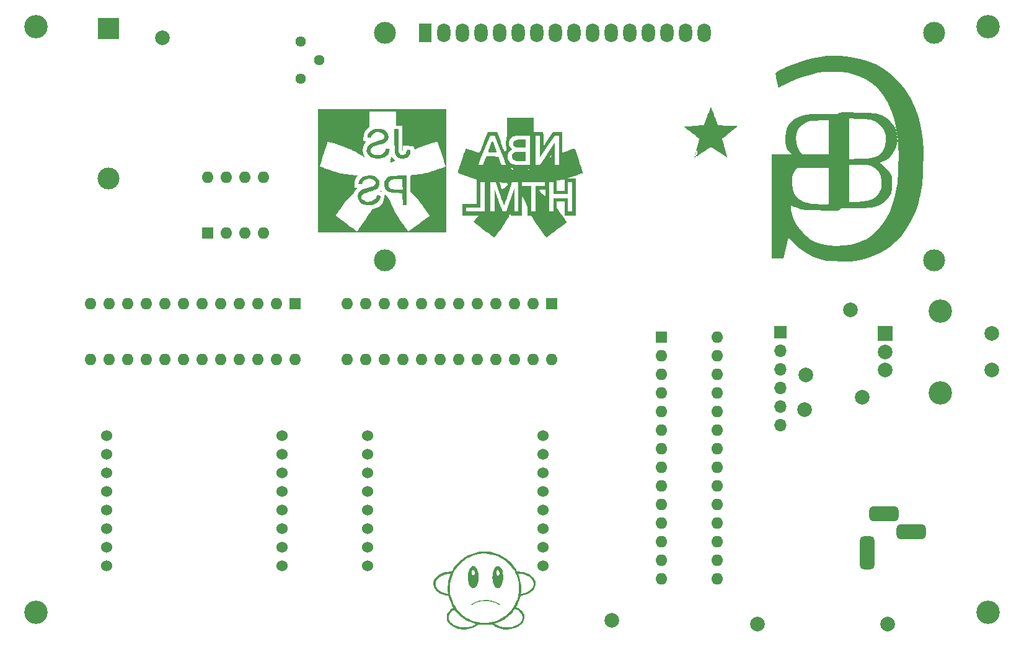
<source format=gbr>
%TF.GenerationSoftware,KiCad,Pcbnew,(6.0.5)*%
%TF.CreationDate,2022-07-22T09:43:27-04:00*%
%TF.ProjectId,Clock,436c6f63-6b2e-46b6-9963-61645f706362,rev?*%
%TF.SameCoordinates,PX4c4b400PY8a48640*%
%TF.FileFunction,Soldermask,Bot*%
%TF.FilePolarity,Negative*%
%FSLAX46Y46*%
G04 Gerber Fmt 4.6, Leading zero omitted, Abs format (unit mm)*
G04 Created by KiCad (PCBNEW (6.0.5)) date 2022-07-22 09:43:27*
%MOMM*%
%LPD*%
G01*
G04 APERTURE LIST*
G04 Aperture macros list*
%AMRoundRect*
0 Rectangle with rounded corners*
0 $1 Rounding radius*
0 $2 $3 $4 $5 $6 $7 $8 $9 X,Y pos of 4 corners*
0 Add a 4 corners polygon primitive as box body*
4,1,4,$2,$3,$4,$5,$6,$7,$8,$9,$2,$3,0*
0 Add four circle primitives for the rounded corners*
1,1,$1+$1,$2,$3*
1,1,$1+$1,$4,$5*
1,1,$1+$1,$6,$7*
1,1,$1+$1,$8,$9*
0 Add four rect primitives between the rounded corners*
20,1,$1+$1,$2,$3,$4,$5,0*
20,1,$1+$1,$4,$5,$6,$7,0*
20,1,$1+$1,$6,$7,$8,$9,0*
20,1,$1+$1,$8,$9,$2,$3,0*%
G04 Aperture macros list end*
%ADD10C,3.200000*%
%ADD11R,1.600000X1.600000*%
%ADD12O,1.600000X1.600000*%
%ADD13R,2.000000X2.000000*%
%ADD14C,2.000000*%
%ADD15C,1.524000*%
%ADD16C,3.000000*%
%ADD17R,1.800000X2.600000*%
%ADD18O,1.800000X2.600000*%
%ADD19C,1.440000*%
%ADD20RoundRect,0.500000X-0.500000X1.750000X-0.500000X-1.750000X0.500000X-1.750000X0.500000X1.750000X0*%
%ADD21RoundRect,0.500000X-1.500000X-0.500000X1.500000X-0.500000X1.500000X0.500000X-1.500000X0.500000X0*%
%ADD22R,3.000000X3.000000*%
%ADD23R,1.700000X1.700000*%
%ADD24O,1.700000X1.700000*%
G04 APERTURE END LIST*
%TO.C,G\u002A\u002A\u002A*%
G36*
X71649230Y3943108D02*
G01*
X71533451Y3703753D01*
X71361843Y3481828D01*
X71177533Y3307416D01*
X70872609Y3088710D01*
X70529084Y2915634D01*
X70149223Y2789262D01*
X69735294Y2710669D01*
X69390785Y2684007D01*
X68967007Y2697667D01*
X68557609Y2762048D01*
X68169508Y2875511D01*
X67809620Y3036422D01*
X67484860Y3243143D01*
X67401483Y3304905D01*
X67324831Y3355736D01*
X67267902Y3380108D01*
X67214754Y3384260D01*
X67149446Y3374433D01*
X66976348Y3346842D01*
X66701815Y3318866D01*
X66406866Y3303568D01*
X66114463Y3301992D01*
X65847563Y3315184D01*
X65451188Y3348830D01*
X65290908Y3227818D01*
X65025331Y3056393D01*
X64694471Y2902380D01*
X64333484Y2787111D01*
X63953260Y2713303D01*
X63564690Y2683672D01*
X63178662Y2700934D01*
X63083086Y2712338D01*
X62673012Y2786792D01*
X62307231Y2898972D01*
X61981273Y3050873D01*
X61690670Y3244493D01*
X61430954Y3481828D01*
X61380647Y3537905D01*
X61224144Y3765245D01*
X61122879Y4009418D01*
X61076801Y4263396D01*
X61079965Y4353061D01*
X61380432Y4353061D01*
X61380469Y4331641D01*
X61384147Y4199471D01*
X61397306Y4101459D01*
X61424836Y4014042D01*
X61471629Y3913655D01*
X61554929Y3780613D01*
X61715436Y3603395D01*
X61921387Y3437562D01*
X62163799Y3289179D01*
X62433693Y3164312D01*
X62722089Y3069028D01*
X62734457Y3065776D01*
X62870331Y3035991D01*
X63019986Y3015154D01*
X63199114Y3001578D01*
X63423409Y2993574D01*
X63655137Y2991825D01*
X63877488Y3000982D01*
X64073198Y3024115D01*
X64260117Y3063429D01*
X64456094Y3121129D01*
X64460302Y3122517D01*
X64565891Y3162018D01*
X64686990Y3213988D01*
X64809183Y3271380D01*
X64918051Y3327148D01*
X64999179Y3374243D01*
X65038147Y3405621D01*
X65037670Y3416090D01*
X65000248Y3443234D01*
X64926070Y3469420D01*
X64872041Y3484941D01*
X67642386Y3484941D01*
X67713090Y3426756D01*
X67742653Y3405621D01*
X67761500Y3392147D01*
X67880075Y3324357D01*
X68031101Y3250873D01*
X68198249Y3178971D01*
X68365193Y3115930D01*
X68515606Y3069028D01*
X68601469Y3049541D01*
X68797745Y3020041D01*
X69025246Y3000049D01*
X69265782Y2990131D01*
X69501164Y2990851D01*
X69713202Y3002777D01*
X69883705Y3026473D01*
X70195173Y3107908D01*
X70500195Y3224286D01*
X70772147Y3367375D01*
X71004257Y3532988D01*
X71189749Y3716942D01*
X71321851Y3915051D01*
X71328682Y3928635D01*
X71372578Y4025717D01*
X71397920Y4113147D01*
X71409563Y4214428D01*
X71412365Y4353061D01*
X71412334Y4372682D01*
X71408717Y4505524D01*
X71395669Y4603868D01*
X71368333Y4691217D01*
X71321851Y4791072D01*
X71316529Y4801391D01*
X71202710Y4971351D01*
X71047422Y5134084D01*
X71010194Y5166043D01*
X70899680Y5250747D01*
X70778287Y5332752D01*
X70657881Y5405191D01*
X70550328Y5461198D01*
X70467496Y5493905D01*
X70421250Y5496445D01*
X70404828Y5480885D01*
X70355575Y5423976D01*
X70285339Y5337050D01*
X70203472Y5231487D01*
X70073376Y5068850D01*
X69720238Y4693341D01*
X69322324Y4352635D01*
X68886294Y4051541D01*
X68418811Y3794868D01*
X67926535Y3587427D01*
X67642386Y3484941D01*
X64872041Y3484941D01*
X64822921Y3499052D01*
X64633923Y3562174D01*
X64428938Y3638708D01*
X64231151Y3719851D01*
X64063746Y3796801D01*
X63888302Y3887153D01*
X63485087Y4123140D01*
X63123069Y4381361D01*
X62790756Y4671457D01*
X62476652Y5003068D01*
X62169265Y5385835D01*
X62164586Y5390265D01*
X62116417Y5388702D01*
X62033422Y5348451D01*
X61922383Y5273417D01*
X61790081Y5167504D01*
X61649553Y5037842D01*
X61521611Y4885329D01*
X61438644Y4729376D01*
X61393852Y4556461D01*
X61380432Y4353061D01*
X61079965Y4353061D01*
X61085861Y4520150D01*
X61150009Y4772651D01*
X61269196Y5013871D01*
X61443371Y5236782D01*
X61536231Y5326234D01*
X61652516Y5426462D01*
X61774164Y5522731D01*
X61884860Y5602143D01*
X61968288Y5651797D01*
X61968463Y5652769D01*
X61954289Y5687473D01*
X61917512Y5764239D01*
X61863140Y5872843D01*
X61796183Y6003062D01*
X61670759Y6258934D01*
X61500365Y6674063D01*
X61379177Y7070935D01*
X61329066Y7273202D01*
X61171796Y7293691D01*
X60912597Y7339111D01*
X60535612Y7450029D01*
X60187256Y7608447D01*
X59873777Y7811333D01*
X59601422Y8055657D01*
X59559109Y8102451D01*
X59400963Y8328532D01*
X59297546Y8572417D01*
X59248861Y8826655D01*
X59251217Y8926891D01*
X59550900Y8926891D01*
X59550937Y8905471D01*
X59554615Y8773301D01*
X59567774Y8675289D01*
X59595305Y8587871D01*
X59642098Y8487484D01*
X59734155Y8343023D01*
X59896785Y8167377D01*
X60103217Y8003467D01*
X60343899Y7857730D01*
X60609281Y7736605D01*
X60889812Y7646528D01*
X60916239Y7639920D01*
X61037886Y7612127D01*
X61140519Y7592604D01*
X61204225Y7585234D01*
X61235477Y7586504D01*
X61261739Y7600561D01*
X61266221Y7643176D01*
X61254365Y7730072D01*
X61246814Y7793183D01*
X61237925Y7938077D01*
X61233496Y8119267D01*
X61233332Y8317047D01*
X61517647Y8317047D01*
X61523070Y8077932D01*
X61572598Y7578303D01*
X61675611Y7094608D01*
X61834288Y6617945D01*
X62050811Y6139408D01*
X62088942Y6065951D01*
X62268618Y5755132D01*
X62466738Y5473200D01*
X62701404Y5193840D01*
X63023320Y4862919D01*
X63377924Y4558104D01*
X63752578Y4298513D01*
X64159120Y4076009D01*
X64609388Y3882455D01*
X64692377Y3851346D01*
X64900842Y3780187D01*
X65100261Y3724835D01*
X65313965Y3679316D01*
X65565286Y3637653D01*
X65618639Y3630246D01*
X65870404Y3607117D01*
X66152373Y3596520D01*
X66442068Y3598423D01*
X66717010Y3612793D01*
X66954720Y3639601D01*
X67063044Y3657837D01*
X67560682Y3775934D01*
X68044034Y3946208D01*
X68504385Y4164644D01*
X68933024Y4427229D01*
X69321239Y4729948D01*
X69522040Y4915347D01*
X69880255Y5299776D01*
X70184274Y5706547D01*
X70437065Y6139408D01*
X70544609Y6361692D01*
X70734087Y6838255D01*
X70866730Y7317066D01*
X70944717Y7807029D01*
X70970228Y8317047D01*
X70964805Y8556162D01*
X70915277Y9055791D01*
X70812264Y9539486D01*
X70653587Y10016149D01*
X70532891Y10282900D01*
X70878752Y10282900D01*
X70880181Y10274506D01*
X70896686Y10218653D01*
X70927763Y10126053D01*
X70968495Y10011574D01*
X71019970Y9861910D01*
X71134242Y9452957D01*
X71216590Y9033614D01*
X71225921Y8959593D01*
X71238753Y8800664D01*
X71248001Y8610636D01*
X71253465Y8404826D01*
X71254095Y8317047D01*
X71254946Y8198548D01*
X71252247Y8007119D01*
X71245168Y7845855D01*
X71233510Y7730072D01*
X71222791Y7657817D01*
X71222992Y7607103D01*
X71245162Y7588688D01*
X71296151Y7586913D01*
X71403300Y7598863D01*
X71564047Y7635652D01*
X71747187Y7692055D01*
X71935980Y7762833D01*
X72113686Y7842746D01*
X72312773Y7953917D01*
X72539760Y8118970D01*
X72720021Y8299377D01*
X72846461Y8488880D01*
X72853292Y8502464D01*
X72897188Y8599546D01*
X72922530Y8686977D01*
X72934173Y8788258D01*
X72936975Y8926891D01*
X72936944Y8946512D01*
X72933327Y9079353D01*
X72920279Y9177697D01*
X72892942Y9265046D01*
X72846461Y9364902D01*
X72835597Y9385661D01*
X72700989Y9577054D01*
X72515277Y9755186D01*
X72286887Y9915558D01*
X72024245Y10053669D01*
X71735776Y10165021D01*
X71429908Y10245114D01*
X71115066Y10289447D01*
X71086277Y10291530D01*
X70980685Y10295545D01*
X70906660Y10292534D01*
X70878752Y10282900D01*
X70532891Y10282900D01*
X70437065Y10494686D01*
X70385268Y10593571D01*
X70182710Y10934028D01*
X69952480Y11249616D01*
X69684112Y11553683D01*
X69367144Y11859581D01*
X69305717Y11914256D01*
X69028029Y12139499D01*
X68742086Y12332103D01*
X68421576Y12510174D01*
X68199292Y12617718D01*
X67722730Y12807196D01*
X67243919Y12939839D01*
X66753956Y13017826D01*
X66243938Y13043338D01*
X66004822Y13037914D01*
X65505193Y12988386D01*
X65021499Y12885374D01*
X64544835Y12726696D01*
X64066299Y12510174D01*
X63992842Y12472043D01*
X63682023Y12292366D01*
X63400090Y12094247D01*
X63120731Y11859581D01*
X63028901Y11775242D01*
X62726221Y11471167D01*
X62469288Y11165282D01*
X62247639Y10844238D01*
X62050811Y10494686D01*
X61948346Y10282900D01*
X61943267Y10272402D01*
X61753788Y9795839D01*
X61621145Y9317028D01*
X61543158Y8827065D01*
X61517647Y8317047D01*
X61233332Y8317047D01*
X61233328Y8321439D01*
X61237222Y8529275D01*
X61244978Y8727460D01*
X61256399Y8900679D01*
X61271285Y9033614D01*
X61299122Y9196590D01*
X61394974Y9615915D01*
X61519380Y10011574D01*
X61535329Y10055718D01*
X61573048Y10163804D01*
X61599285Y10244487D01*
X61609124Y10282900D01*
X61594325Y10292968D01*
X61531085Y10297862D01*
X61429604Y10293417D01*
X61302445Y10280941D01*
X61162174Y10261740D01*
X61021357Y10237120D01*
X60892557Y10208388D01*
X60669789Y10139782D01*
X60398658Y10024011D01*
X60150929Y9882450D01*
X59935995Y9721426D01*
X59763253Y9547266D01*
X59642098Y9366298D01*
X59634586Y9351349D01*
X59590638Y9254046D01*
X59565301Y9166578D01*
X59553685Y9065381D01*
X59550900Y8926891D01*
X59251217Y8926891D01*
X59254905Y9083796D01*
X59315681Y9336389D01*
X59431186Y9576982D01*
X59601422Y9798125D01*
X59840347Y10018425D01*
X60139636Y10221377D01*
X60476182Y10380352D01*
X60852951Y10496722D01*
X61272910Y10571861D01*
X61301631Y10575344D01*
X61439332Y10590016D01*
X61564846Y10600495D01*
X61654062Y10604703D01*
X61676365Y10604925D01*
X61727546Y10609451D01*
X61767292Y10627513D01*
X61805888Y10669043D01*
X61853618Y10743972D01*
X61920767Y10862232D01*
X62068681Y11106744D01*
X62372363Y11519634D01*
X62722465Y11899029D01*
X63114157Y12241677D01*
X63542607Y12544326D01*
X64002985Y12803724D01*
X64490459Y13016619D01*
X65000198Y13179759D01*
X65527371Y13289893D01*
X65684049Y13307303D01*
X65888838Y13319389D01*
X66120034Y13325480D01*
X66360218Y13325576D01*
X66591971Y13319676D01*
X66797872Y13307782D01*
X66960504Y13289893D01*
X67257435Y13234972D01*
X67775445Y13094769D01*
X68273317Y12903380D01*
X68746220Y12664056D01*
X69189323Y12380049D01*
X69597794Y12054611D01*
X69966803Y11690995D01*
X70291518Y11292451D01*
X70567109Y10862232D01*
X70593241Y10815686D01*
X70652489Y10713580D01*
X70695886Y10651360D01*
X70733715Y10619095D01*
X70776263Y10606853D01*
X70833813Y10604703D01*
X70848592Y10604439D01*
X70947596Y10598828D01*
X71077762Y10587511D01*
X71214966Y10572523D01*
X71572798Y10512078D01*
X71959340Y10400567D01*
X72305732Y10245052D01*
X72614071Y10044561D01*
X72886453Y9798125D01*
X72929737Y9750178D01*
X73086843Y9524538D01*
X73189520Y9280734D01*
X73237766Y9026378D01*
X73235375Y8926891D01*
X73231583Y8769081D01*
X73170970Y8516455D01*
X73055926Y8276109D01*
X72886453Y8055657D01*
X72706721Y7885831D01*
X72407145Y7669758D01*
X72072225Y7496657D01*
X71710084Y7370494D01*
X71328841Y7295233D01*
X71159013Y7274014D01*
X71108800Y7071341D01*
X71089691Y6998024D01*
X70993431Y6692887D01*
X70870063Y6376367D01*
X70730014Y6075871D01*
X70689447Y5996448D01*
X70635649Y5890763D01*
X70596749Y5813895D01*
X70579205Y5778572D01*
X70577816Y5770385D01*
X70604084Y5755702D01*
X70620520Y5753313D01*
X70694004Y5723118D01*
X70797921Y5664584D01*
X70920238Y5585727D01*
X71048917Y5494563D01*
X71171923Y5399109D01*
X71277220Y5307380D01*
X71401107Y5176551D01*
X71560008Y4946380D01*
X71664569Y4701528D01*
X71714491Y4448418D01*
X71712616Y4353061D01*
X71709477Y4193470D01*
X71649230Y3943108D01*
G37*
G36*
X66688038Y6690343D02*
G01*
X67083528Y6647281D01*
X67448379Y6568846D01*
X67484358Y6558440D01*
X67694691Y6485360D01*
X67901852Y6394743D01*
X68091686Y6293977D01*
X68250038Y6190448D01*
X68362756Y6091547D01*
X68372452Y6080782D01*
X68398319Y6045517D01*
X68381006Y6032197D01*
X68311613Y6030132D01*
X68232695Y6041226D01*
X68151147Y6089518D01*
X68146527Y6094388D01*
X68071162Y6151203D01*
X67952983Y6218031D01*
X67806284Y6288422D01*
X67645359Y6355925D01*
X67484504Y6414089D01*
X67338013Y6456463D01*
X67252970Y6475762D01*
X66809627Y6543441D01*
X66350342Y6562784D01*
X65892825Y6533791D01*
X65454784Y6456463D01*
X65441224Y6453129D01*
X65292658Y6408890D01*
X65131154Y6349505D01*
X64971007Y6281424D01*
X64826510Y6211099D01*
X64711960Y6144980D01*
X64641650Y6089518D01*
X64587027Y6051181D01*
X64480595Y6030132D01*
X64373283Y6030132D01*
X64447132Y6108741D01*
X64551370Y6199085D01*
X64712705Y6303498D01*
X64907904Y6404603D01*
X65123098Y6495295D01*
X65344418Y6568466D01*
X65498681Y6607327D01*
X65877519Y6670363D01*
X66280003Y6698036D01*
X66688038Y6690343D01*
G37*
G36*
X68821282Y9835037D02*
G01*
X68807143Y9540621D01*
X68807093Y9540134D01*
X68760777Y9235030D01*
X68689515Y8966165D01*
X68595670Y8738202D01*
X68481602Y8555804D01*
X68349673Y8423634D01*
X68202245Y8346353D01*
X68091938Y8331079D01*
X67944314Y8353943D01*
X67805443Y8418331D01*
X67752900Y8458229D01*
X67629471Y8598776D01*
X67526402Y8784982D01*
X67444316Y9008082D01*
X67383833Y9259311D01*
X67345575Y9529903D01*
X67330164Y9811093D01*
X67338219Y10094115D01*
X67370363Y10370204D01*
X67378288Y10406502D01*
X67857660Y10406502D01*
X67880507Y10272870D01*
X67931537Y10160788D01*
X68010796Y10086498D01*
X68057825Y10062777D01*
X68092318Y10061463D01*
X68142078Y10088037D01*
X68163914Y10102667D01*
X68229482Y10179264D01*
X68270016Y10281647D01*
X68287422Y10399069D01*
X68283603Y10520784D01*
X68260465Y10636042D01*
X68219911Y10734098D01*
X68163846Y10804204D01*
X68094174Y10835613D01*
X68012801Y10817576D01*
X67957775Y10774269D01*
X67896338Y10673444D01*
X67862952Y10545441D01*
X67857660Y10406502D01*
X67378288Y10406502D01*
X67427218Y10630596D01*
X67509403Y10866523D01*
X67617542Y11069222D01*
X67660705Y11128627D01*
X67796031Y11258275D01*
X67945447Y11332103D01*
X68101221Y11350112D01*
X68255625Y11312301D01*
X68400927Y11218671D01*
X68529397Y11069222D01*
X68609651Y10924231D01*
X68698003Y10691528D01*
X68764320Y10423653D01*
X68767873Y10399069D01*
X68806210Y10133768D01*
X68821282Y9835037D01*
G37*
G36*
X65465208Y9842812D02*
G01*
X65452801Y9552749D01*
X65413319Y9267898D01*
X65345380Y8996695D01*
X65345285Y8996393D01*
X65249466Y8752316D01*
X65133654Y8561298D01*
X64999362Y8425318D01*
X64848103Y8346353D01*
X64715414Y8326257D01*
X64565139Y8356506D01*
X64424137Y8441914D01*
X64296020Y8579363D01*
X64184400Y8765740D01*
X64092886Y8997927D01*
X64050239Y9151894D01*
X63998992Y9431670D01*
X63975390Y9720305D01*
X63978044Y10009353D01*
X64005568Y10290371D01*
X64027959Y10406502D01*
X64503518Y10406502D01*
X64526365Y10272870D01*
X64577396Y10160788D01*
X64656654Y10086498D01*
X64703683Y10062777D01*
X64738177Y10061463D01*
X64787936Y10088037D01*
X64809772Y10102667D01*
X64875340Y10179264D01*
X64915875Y10281647D01*
X64933280Y10399069D01*
X64929462Y10520784D01*
X64906323Y10636042D01*
X64865769Y10734098D01*
X64809704Y10804204D01*
X64740033Y10835613D01*
X64658659Y10817576D01*
X64603633Y10774269D01*
X64542197Y10673444D01*
X64508810Y10545441D01*
X64503518Y10406502D01*
X64027959Y10406502D01*
X64056575Y10554914D01*
X64129677Y10794538D01*
X64223487Y11000798D01*
X64336619Y11165250D01*
X64467684Y11279450D01*
X64507306Y11301085D01*
X64661358Y11344543D01*
X64822801Y11337331D01*
X64970971Y11279450D01*
X65048560Y11220326D01*
X65169547Y11076112D01*
X65271760Y10886504D01*
X65353817Y10659935D01*
X65414332Y10404840D01*
X65415120Y10399069D01*
X65451924Y10129654D01*
X65465208Y9842812D01*
G37*
G36*
X43519025Y56972622D02*
G01*
X43519025Y65949998D01*
X43754756Y65949998D01*
X43797346Y65923832D01*
X43935981Y65866584D01*
X44153558Y65785542D01*
X44432297Y65686617D01*
X44754424Y65575717D01*
X45102159Y65458754D01*
X45457728Y65341636D01*
X45803351Y65230275D01*
X46121253Y65130579D01*
X46393656Y65048460D01*
X46602784Y64989827D01*
X46730858Y64960590D01*
X46767630Y64955401D01*
X46928694Y64935378D01*
X47170357Y64907267D01*
X47466660Y64874049D01*
X47791647Y64838709D01*
X47934247Y64823283D01*
X48242726Y64788820D01*
X48507109Y64757824D01*
X48703016Y64733200D01*
X48806068Y64717852D01*
X48936498Y64691650D01*
X48791052Y64477324D01*
X48787408Y64471924D01*
X48620389Y64141998D01*
X48509544Y63753219D01*
X48469373Y63356125D01*
X48470912Y63230639D01*
X48485211Y63106796D01*
X48524810Y63053536D01*
X48601972Y63041789D01*
X48666508Y63039196D01*
X48801007Y63003244D01*
X48825913Y62926799D01*
X48739940Y62812005D01*
X48622457Y62677164D01*
X48525779Y62521209D01*
X48507459Y62488645D01*
X48405651Y62357945D01*
X48248759Y62189465D01*
X48062379Y62011369D01*
X48007315Y61959733D01*
X47783933Y61722193D01*
X47507321Y61392689D01*
X47183209Y60978237D01*
X46817325Y60485858D01*
X46641633Y60243376D01*
X46421845Y59937004D01*
X46233189Y59670526D01*
X46085318Y59457724D01*
X45987884Y59312379D01*
X45950538Y59248271D01*
X45960134Y59233559D01*
X46043764Y59157729D01*
X46201767Y59029106D01*
X46420154Y58858070D01*
X46684937Y58655002D01*
X46982126Y58430281D01*
X47297732Y58194287D01*
X47617766Y57957401D01*
X47928239Y57730003D01*
X48215161Y57522473D01*
X48464544Y57345191D01*
X48662398Y57208537D01*
X48794734Y57122892D01*
X48847563Y57098635D01*
X48863580Y57117872D01*
X48974719Y57261162D01*
X49131993Y57474140D01*
X49323903Y57740272D01*
X49538945Y58043024D01*
X49765621Y58365864D01*
X49992427Y58692257D01*
X50207864Y59005671D01*
X50400430Y59289570D01*
X50558625Y59527423D01*
X50670946Y59702695D01*
X50725893Y59798853D01*
X50783295Y59922653D01*
X50872937Y60066696D01*
X50969098Y60135733D01*
X51097199Y60154086D01*
X51127968Y60156357D01*
X51303642Y60206838D01*
X51526451Y60308892D01*
X51761430Y60443004D01*
X51973611Y60589660D01*
X52128026Y60729348D01*
X52293308Y60950991D01*
X52490008Y61364049D01*
X52589771Y61821335D01*
X52624130Y62161695D01*
X52817510Y62027599D01*
X52850957Y62002059D01*
X52924945Y61926173D01*
X53006265Y61811464D01*
X53102623Y61643980D01*
X53221726Y61409773D01*
X53371280Y61094890D01*
X53558992Y60685383D01*
X53571148Y60658595D01*
X53744631Y60279370D01*
X53890817Y59970953D01*
X54023643Y59709708D01*
X54157045Y59472002D01*
X54304961Y59234200D01*
X54481328Y58972667D01*
X54700083Y58663770D01*
X54975164Y58283875D01*
X55169478Y58017174D01*
X55388554Y57717625D01*
X55576134Y57462410D01*
X55722796Y57264301D01*
X55819116Y57136069D01*
X55855670Y57090487D01*
X55861944Y57094060D01*
X55943862Y57150951D01*
X56119332Y57276499D01*
X56387235Y57469894D01*
X56746454Y57730327D01*
X57195870Y58056985D01*
X57734366Y58449060D01*
X58360822Y58905740D01*
X58789241Y59218209D01*
X58588804Y59495067D01*
X58491448Y59629550D01*
X58339276Y59839766D01*
X58147683Y60104445D01*
X57931570Y60403001D01*
X57705839Y60714849D01*
X57594567Y60867138D01*
X57210767Y61366673D01*
X56872461Y61763014D01*
X56576969Y62059353D01*
X56130626Y62460934D01*
X56130626Y63606337D01*
X56130660Y63651099D01*
X56133326Y63999662D01*
X56139767Y64302045D01*
X56149291Y64540326D01*
X56161207Y64696587D01*
X56174826Y64752907D01*
X56210928Y64756269D01*
X56348931Y64771496D01*
X56569488Y64796839D01*
X56852019Y64829923D01*
X57175944Y64868375D01*
X57359201Y64890752D01*
X57646041Y64929507D01*
X57899935Y64971465D01*
X58144967Y65022423D01*
X58405226Y65088180D01*
X58704799Y65174535D01*
X59067771Y65287286D01*
X59518231Y65432231D01*
X59812615Y65528491D01*
X60166977Y65646485D01*
X60470825Y65750078D01*
X60708717Y65833908D01*
X60865212Y65892611D01*
X60924869Y65920823D01*
X60925056Y65921211D01*
X60915187Y65991438D01*
X60874141Y66149660D01*
X60808385Y66372752D01*
X60724389Y66637587D01*
X60688574Y66747145D01*
X60578642Y67084186D01*
X60450758Y67477065D01*
X60318029Y67885494D01*
X60193563Y68269185D01*
X60114323Y68511733D01*
X60016620Y68804997D01*
X59934132Y69046023D01*
X59873736Y69214797D01*
X59842310Y69291303D01*
X59832563Y69298534D01*
X59750194Y69298501D01*
X59583286Y69264230D01*
X59325357Y69194005D01*
X58969924Y69086110D01*
X58510506Y68938831D01*
X58336388Y68881734D01*
X57958557Y68755841D01*
X57612858Y68638049D01*
X57319319Y68535321D01*
X57097970Y68454620D01*
X56968841Y68402908D01*
X56888736Y68366934D01*
X56754410Y68310110D01*
X56688910Y68287703D01*
X56688612Y68287713D01*
X56669115Y68340264D01*
X56661021Y68464501D01*
X56661020Y68465687D01*
X56656660Y68590799D01*
X56646287Y68644827D01*
X56642869Y68645630D01*
X56522008Y68667559D01*
X56328494Y68696281D01*
X56089384Y68728495D01*
X55831731Y68760903D01*
X55582591Y68790205D01*
X55369019Y68813102D01*
X55218069Y68826293D01*
X55156797Y68826480D01*
X55155756Y68825157D01*
X55141505Y68749592D01*
X55130350Y68590759D01*
X55124628Y68381013D01*
X55124106Y68340144D01*
X55115623Y68142239D01*
X55097774Y68057323D01*
X55069837Y68081439D01*
X55068112Y68086406D01*
X55054912Y68188151D01*
X55042787Y68389419D01*
X55032238Y68673930D01*
X55023764Y69025409D01*
X55017867Y69427575D01*
X55015047Y69864153D01*
X55010905Y71529002D01*
X54185847Y71529002D01*
X54185847Y73473782D01*
X50532018Y73473782D01*
X50532018Y71375739D01*
X50211717Y71045046D01*
X50059061Y70871897D01*
X49855578Y70544920D01*
X49742147Y70181157D01*
X49706960Y69750325D01*
X49708508Y69620762D01*
X49721713Y69484245D01*
X49755912Y69422130D01*
X49820006Y69407425D01*
X49972696Y69396883D01*
X50052955Y69350943D01*
X50033130Y69256702D01*
X49917250Y69101491D01*
X49781355Y68905640D01*
X49645442Y68556669D01*
X49600113Y68174957D01*
X49647521Y67788839D01*
X49789823Y67426647D01*
X49842940Y67327799D01*
X49892786Y67220784D01*
X49895123Y67189112D01*
X49518640Y67409063D01*
X49040113Y67685259D01*
X48632382Y67914315D01*
X48277682Y68104623D01*
X47958248Y68264579D01*
X47656315Y68402578D01*
X47354117Y68527014D01*
X47033889Y68646282D01*
X46677865Y68768776D01*
X46268281Y68902891D01*
X45953442Y69003873D01*
X45599125Y69115907D01*
X45295989Y69209961D01*
X45059249Y69281384D01*
X44904121Y69325525D01*
X44845820Y69337732D01*
X44843784Y69334051D01*
X44813771Y69252918D01*
X44754772Y69079738D01*
X44672248Y68831471D01*
X44571661Y68525075D01*
X44458472Y68177510D01*
X44338145Y67805735D01*
X44216140Y67426709D01*
X44097919Y67057391D01*
X43988946Y66714740D01*
X43894681Y66415717D01*
X43820586Y66177279D01*
X43772124Y66016386D01*
X43754756Y65949998D01*
X43519025Y65949998D01*
X43519025Y73768445D01*
X61022041Y73768445D01*
X61022041Y56972622D01*
X43519025Y56972622D01*
G37*
G36*
X50819821Y64711850D02*
G01*
X51193213Y64607619D01*
X51512544Y64422758D01*
X51758632Y64161011D01*
X51786553Y64118412D01*
X51854286Y63979826D01*
X51880642Y63823834D01*
X51875955Y63601124D01*
X51859938Y63440835D01*
X51804624Y63221577D01*
X51701034Y63042901D01*
X51535441Y62893703D01*
X51294116Y62762881D01*
X50963332Y62639329D01*
X50529361Y62511945D01*
X50370642Y62468208D01*
X50065662Y62377018D01*
X49846509Y62295928D01*
X49692412Y62214908D01*
X49582602Y62123924D01*
X49496308Y62012943D01*
X49429086Y61822683D01*
X49460879Y61628954D01*
X49576893Y61448104D01*
X49760638Y61293918D01*
X49995628Y61180179D01*
X50265374Y61120672D01*
X50553389Y61129181D01*
X50755880Y61173202D01*
X51073056Y61297421D01*
X51318545Y61469512D01*
X51477145Y61677380D01*
X51533654Y61908933D01*
X51534444Y61942351D01*
X51555070Y62005891D01*
X51627783Y62022387D01*
X51784338Y62003864D01*
X51848627Y61993393D01*
X51991711Y61964741D01*
X52061252Y61942341D01*
X52065917Y61920742D01*
X52052962Y61812750D01*
X52015781Y61650280D01*
X51884198Y61327420D01*
X51650481Y61035623D01*
X51329162Y60820004D01*
X50924289Y60684151D01*
X50837626Y60669112D01*
X50542832Y60649726D01*
X50217579Y60662846D01*
X49910608Y60705026D01*
X49670659Y60772817D01*
X49387296Y60929938D01*
X49134239Y61179396D01*
X48979161Y61487906D01*
X48928350Y61846375D01*
X48933047Y61958350D01*
X48982245Y62212300D01*
X49093737Y62424603D01*
X49278625Y62604351D01*
X49548012Y62760639D01*
X49912998Y62902559D01*
X50384687Y63039204D01*
X50537799Y63079933D01*
X50857993Y63177165D01*
X51085792Y63271883D01*
X51238637Y63374627D01*
X51333966Y63495937D01*
X51389220Y63646356D01*
X51399023Y63759248D01*
X51351527Y63869189D01*
X51227215Y64009397D01*
X51166910Y64064246D01*
X50892998Y64216356D01*
X50564201Y64270412D01*
X50192397Y64223950D01*
X49931234Y64127302D01*
X49717467Y63956181D01*
X49586235Y63711752D01*
X49532160Y63584656D01*
X49451160Y63526426D01*
X49299683Y63514153D01*
X49172966Y63517294D01*
X49063820Y63546046D01*
X49033932Y63626938D01*
X49060238Y63786170D01*
X49066901Y63813882D01*
X49200869Y64125157D01*
X49419153Y64385245D01*
X49696481Y64563279D01*
X49987575Y64663459D01*
X50411548Y64731711D01*
X50819821Y64711850D01*
G37*
G36*
X55073163Y60685383D02*
G01*
X55040371Y62306033D01*
X54185847Y62337272D01*
X54067329Y62341871D01*
X53703317Y62362199D01*
X53429686Y62393018D01*
X53224883Y62440790D01*
X53067357Y62511979D01*
X52935556Y62613046D01*
X52807930Y62750453D01*
X52784582Y62779406D01*
X52681278Y62938217D01*
X52624112Y63076700D01*
X52601746Y63185039D01*
X52564535Y63364983D01*
X52560754Y63471260D01*
X53125058Y63471260D01*
X53146342Y63289638D01*
X53261918Y63062752D01*
X53479305Y62895023D01*
X53568039Y62861579D01*
X53744759Y62830053D01*
X54003353Y62812438D01*
X54361588Y62806961D01*
X55073578Y62806961D01*
X55056974Y63499420D01*
X55040371Y64191879D01*
X54362645Y64191879D01*
X54318539Y64191772D01*
X53904034Y64175626D01*
X53591711Y64127189D01*
X53369611Y64039497D01*
X53225775Y63905588D01*
X53148244Y63718496D01*
X53125058Y63471260D01*
X52560754Y63471260D01*
X52558286Y63540631D01*
X52599157Y63787604D01*
X52678353Y64037077D01*
X52782972Y64237510D01*
X52871445Y64346389D01*
X53002297Y64456520D01*
X53169275Y64539422D01*
X53388692Y64599258D01*
X53676862Y64640190D01*
X54050097Y64666381D01*
X54524710Y64681995D01*
X55600232Y64705731D01*
X55600232Y60685383D01*
X55073163Y60685383D01*
G37*
G36*
X52242095Y62599458D02*
G01*
X52272297Y62554906D01*
X52250447Y62520460D01*
X52130418Y62512297D01*
X52101476Y62512504D01*
X51974992Y62525474D01*
X51961526Y62562008D01*
X52058081Y62626851D01*
X52150356Y62655029D01*
X52242095Y62599458D01*
G37*
G36*
X53567071Y67299567D02*
G01*
X53641177Y67216509D01*
X53644963Y67210880D01*
X53752534Y67068408D01*
X53881192Y66918132D01*
X53906847Y66889509D01*
X53985702Y66786924D01*
X54004752Y66733997D01*
X53988026Y66722588D01*
X53891161Y66667258D01*
X53743851Y66588656D01*
X53540600Y66495309D01*
X53406254Y66465558D01*
X53360789Y66508898D01*
X53364816Y66556576D01*
X53386976Y66699513D01*
X53421541Y66885684D01*
X53460539Y67075220D01*
X53495999Y67228252D01*
X53519948Y67304908D01*
X53567071Y67299567D01*
G37*
G36*
X54480839Y69598956D02*
G01*
X54482025Y69311724D01*
X54487447Y68913797D01*
X54496642Y68557399D01*
X54508935Y68261613D01*
X54523647Y68045522D01*
X54540102Y67928208D01*
X54541234Y67924163D01*
X54653927Y67683663D01*
X54830489Y67541519D01*
X55074545Y67494790D01*
X55171876Y67502591D01*
X55395406Y67593505D01*
X55556892Y67774196D01*
X55640017Y68029240D01*
X55650282Y68102116D01*
X55681530Y68210979D01*
X55752271Y68246139D01*
X55900812Y68238307D01*
X55963792Y68231885D01*
X56079259Y68204618D01*
X56123480Y68134866D01*
X56130626Y67984957D01*
X56090221Y67693260D01*
X55961844Y67408924D01*
X55761290Y67187149D01*
X55504802Y67052145D01*
X55204482Y66999076D01*
X54852493Y67020603D01*
X54530192Y67125711D01*
X54270103Y67307669D01*
X54235710Y67343668D01*
X54153091Y67451178D01*
X54087719Y67580735D01*
X54037672Y67746019D01*
X54001031Y67960709D01*
X53975875Y68238485D01*
X53960284Y68593027D01*
X53952338Y69038013D01*
X53950116Y69587123D01*
X53950116Y71057541D01*
X54480510Y71057541D01*
X54480839Y69598956D01*
G37*
G36*
X52092512Y71065574D02*
G01*
X52475994Y70959790D01*
X52668090Y70860426D01*
X52918148Y70635194D01*
X53072377Y70344126D01*
X53125058Y69995718D01*
X53120000Y69889995D01*
X53037401Y69591643D01*
X52851905Y69343870D01*
X52561327Y69144393D01*
X52163480Y68990926D01*
X51930044Y68923245D01*
X51623520Y68834491D01*
X51356130Y68757181D01*
X51147421Y68686247D01*
X50872418Y68537688D01*
X50709959Y68357894D01*
X50660616Y68147636D01*
X50724962Y67907685D01*
X50840475Y67746295D01*
X51056029Y67599104D01*
X51326521Y67514087D01*
X51627371Y67490237D01*
X51933999Y67526544D01*
X52221824Y67622002D01*
X52466267Y67775602D01*
X52642747Y67986336D01*
X52674110Y68045220D01*
X52743698Y68204850D01*
X52771461Y68317334D01*
X52771472Y68319668D01*
X52800852Y68389805D01*
X52904060Y68383780D01*
X53000411Y68364050D01*
X53175816Y68347440D01*
X53189977Y68347277D01*
X53270920Y68332646D01*
X53293902Y68270629D01*
X53273896Y68127674D01*
X53258979Y68057733D01*
X53116007Y67698376D01*
X52879594Y67404580D01*
X52558854Y67185192D01*
X52162899Y67049058D01*
X51897842Y67015225D01*
X51511745Y67021724D01*
X51129469Y67080664D01*
X50804230Y67186656D01*
X50725415Y67225948D01*
X50438883Y67440775D01*
X50244286Y67715441D01*
X50147926Y68031727D01*
X50156104Y68371416D01*
X50275124Y68716288D01*
X50414870Y68893829D01*
X50675788Y69073676D01*
X51049273Y69234980D01*
X51537403Y69378834D01*
X51750688Y69433950D01*
X52078206Y69533803D01*
X52310761Y69633445D01*
X52462877Y69741775D01*
X52549078Y69867694D01*
X52583888Y70020102D01*
X52583384Y70132924D01*
X52510445Y70335253D01*
X52336021Y70485505D01*
X52056049Y70588051D01*
X51835753Y70624945D01*
X51492417Y70612887D01*
X51197359Y70513542D01*
X50966711Y70333532D01*
X50816605Y70079473D01*
X50801173Y70037751D01*
X50744023Y69927859D01*
X50660130Y69887967D01*
X50504448Y69890858D01*
X50450983Y69895107D01*
X50327772Y69916949D01*
X50282820Y69969746D01*
X50285306Y70080119D01*
X50287593Y70099062D01*
X50374514Y70383977D01*
X50540943Y70648470D01*
X50757353Y70844713D01*
X50892888Y70918861D01*
X51263718Y71042616D01*
X51676006Y71092351D01*
X52092512Y71065574D01*
G37*
G36*
X79498388Y65682216D02*
G01*
X79535139Y65560789D01*
X79553848Y65498971D01*
X79622822Y65258712D01*
X79663776Y65099126D01*
X79672130Y65035801D01*
X79669701Y65033971D01*
X79592251Y65001189D01*
X79422663Y64939032D01*
X79178549Y64853670D01*
X78877518Y64751277D01*
X78537180Y64638023D01*
X77435267Y64275117D01*
X78068793Y64269693D01*
X78702320Y64264269D01*
X78702320Y59254988D01*
X77170069Y59254988D01*
X77170069Y61140835D01*
X76109280Y61140835D01*
X76109280Y60298921D01*
X76649882Y59555957D01*
X76724932Y59452836D01*
X76977808Y59105378D01*
X77170783Y58838989D01*
X77311072Y58642105D01*
X77405889Y58503159D01*
X77462450Y58410587D01*
X77487970Y58352825D01*
X77489664Y58318307D01*
X77474746Y58295468D01*
X77450431Y58272743D01*
X77448175Y58270602D01*
X77374506Y58211592D01*
X77219780Y58093767D01*
X76996999Y57926827D01*
X76719164Y57720472D01*
X76399280Y57484401D01*
X76050348Y57228314D01*
X76007119Y57196685D01*
X75664089Y56946634D01*
X75353508Y56721831D01*
X75087871Y56531201D01*
X74879673Y56383666D01*
X74741410Y56288153D01*
X74685575Y56253583D01*
X74683597Y56253778D01*
X74627587Y56305915D01*
X74517255Y56439327D01*
X74363311Y56638951D01*
X74176466Y56889724D01*
X73967430Y57176585D01*
X73746915Y57484471D01*
X73525630Y57798319D01*
X73314287Y58103068D01*
X73123596Y58383655D01*
X72964268Y58625018D01*
X72847012Y58812094D01*
X72782541Y58929821D01*
X72769303Y58959694D01*
X72689332Y59127251D01*
X72621157Y59215268D01*
X72534670Y59249321D01*
X72399762Y59254988D01*
X72160789Y59254988D01*
X72160927Y59770650D01*
X72159825Y59952461D01*
X72151739Y60110817D01*
X72129711Y60254332D01*
X72086789Y60407441D01*
X72016020Y60594577D01*
X71910452Y60840176D01*
X71763132Y61168673D01*
X71365197Y62051035D01*
X71349397Y60653012D01*
X71339591Y59785383D01*
X71337926Y59638051D01*
X71333597Y59254988D01*
X69862413Y59254988D01*
X69862413Y59402320D01*
X69858903Y59477317D01*
X69832876Y59538648D01*
X69778928Y59497739D01*
X69694032Y59351366D01*
X69575165Y59096306D01*
X69571527Y59088172D01*
X69485347Y58923604D01*
X69350701Y58697777D01*
X69177824Y58425251D01*
X68976953Y58120585D01*
X68758322Y57798338D01*
X68532169Y57473070D01*
X68308728Y57159340D01*
X68098236Y56871707D01*
X67910928Y56624731D01*
X67757041Y56432970D01*
X67646810Y56310983D01*
X67590472Y56273331D01*
X67582832Y56277313D01*
X67497861Y56333468D01*
X67333505Y56447963D01*
X67102223Y56611931D01*
X66816473Y56816502D01*
X66488714Y57052808D01*
X66131403Y57311981D01*
X65896438Y57483687D01*
X65480064Y57793244D01*
X65161338Y58038609D01*
X64939727Y58220212D01*
X64814698Y58338480D01*
X64785718Y58393843D01*
X64793573Y58404039D01*
X64864115Y58498545D01*
X64978616Y58654000D01*
X65116476Y58842459D01*
X65395815Y59225522D01*
X64328882Y59241585D01*
X63261949Y59257647D01*
X63261949Y59638051D01*
X69803480Y59638051D01*
X69832946Y59608585D01*
X69862413Y59638051D01*
X69832946Y59667517D01*
X69803480Y59638051D01*
X63261949Y59638051D01*
X63261949Y59785383D01*
X63733410Y59785383D01*
X66267517Y59785383D01*
X67033642Y59785383D01*
X67622970Y59785383D01*
X67626033Y61302900D01*
X67629096Y62820418D01*
X68008567Y61730162D01*
X68126917Y61390788D01*
X68255539Y61023301D01*
X68373871Y60686528D01*
X68472466Y60407349D01*
X68541878Y60212645D01*
X68695716Y59785383D01*
X68969668Y59785411D01*
X69243619Y59785439D01*
X69774014Y61361861D01*
X70304408Y62938283D01*
X70335800Y59785383D01*
X70864269Y59785383D01*
X70864269Y63262413D01*
X71335731Y63262413D01*
X72632250Y63262413D01*
X72632250Y59785383D01*
X73221577Y59785383D01*
X75048492Y59785383D01*
X75637819Y59785383D01*
X75637819Y61612297D01*
X77641531Y61612297D01*
X77641531Y59785383D01*
X78230858Y59785383D01*
X78230858Y63792807D01*
X77641531Y63792807D01*
X77641531Y62201624D01*
X75637819Y62201624D01*
X75637819Y63792807D01*
X75048492Y63792807D01*
X75048492Y59785383D01*
X73221577Y59785383D01*
X73221577Y62729067D01*
X73720681Y62729067D01*
X73722598Y62704886D01*
X73784609Y62609463D01*
X73909339Y62468164D01*
X74079315Y62301805D01*
X74168058Y62220766D01*
X74336437Y62070902D01*
X74463393Y61963172D01*
X74526612Y61916783D01*
X74532119Y61917304D01*
X74554947Y61983519D01*
X74570978Y62134761D01*
X74577030Y62344045D01*
X74577030Y62790951D01*
X74167979Y62790951D01*
X74161299Y62790943D01*
X73952907Y62782148D01*
X73794779Y62759965D01*
X73720681Y62729067D01*
X73221577Y62729067D01*
X73221577Y63262413D01*
X74518097Y63262413D01*
X74518097Y63792807D01*
X71335731Y63792807D01*
X71335731Y63262413D01*
X70864269Y63262413D01*
X70864269Y63797971D01*
X70441727Y63780656D01*
X70019186Y63763341D01*
X69948262Y63551656D01*
X69476195Y62142691D01*
X69435573Y62021981D01*
X69299392Y61625299D01*
X69175357Y61275921D01*
X69068351Y60986797D01*
X68983258Y60770876D01*
X68924962Y60641108D01*
X68898345Y60610441D01*
X68897821Y60611787D01*
X68868439Y60694303D01*
X68806622Y60872258D01*
X68717657Y61130283D01*
X68606831Y61453008D01*
X68479434Y61825067D01*
X68340752Y62231091D01*
X67821398Y63753440D01*
X68324039Y63753440D01*
X68329700Y63677217D01*
X68370783Y63527509D01*
X68450080Y63285807D01*
X68490400Y63167813D01*
X68563889Y62959817D01*
X68619778Y62811021D01*
X68648357Y62747776D01*
X68666679Y62753279D01*
X68754743Y62817993D01*
X68896386Y62939287D01*
X69071666Y63100544D01*
X69253396Y63278777D01*
X69390422Y63440730D01*
X69430194Y63551656D01*
X69370003Y63623800D01*
X69207141Y63669409D01*
X68938897Y63700728D01*
X68896696Y63704515D01*
X68667336Y63727931D01*
X68481845Y63751323D01*
X68377044Y63770142D01*
X68351010Y63774687D01*
X68324039Y63753440D01*
X67821398Y63753440D01*
X67818020Y63763341D01*
X67033642Y63798193D01*
X67033642Y59785383D01*
X66267517Y59785383D01*
X66267517Y63792807D01*
X65678190Y63792807D01*
X65678190Y60315777D01*
X63733410Y60315777D01*
X63733410Y59785383D01*
X63261949Y59785383D01*
X63261949Y60787239D01*
X65206728Y60787239D01*
X65206728Y62468671D01*
X65206639Y62712845D01*
X65205574Y63153179D01*
X65202681Y63494628D01*
X65197187Y63750113D01*
X65188316Y63932552D01*
X65179139Y64018765D01*
X76105625Y64018765D01*
X76122186Y63331192D01*
X76138747Y62643620D01*
X77170069Y62609564D01*
X77170069Y64202419D01*
X77037471Y64152740D01*
X76925088Y64123817D01*
X76730734Y64089854D01*
X76505248Y64060913D01*
X76105625Y64018765D01*
X65179139Y64018765D01*
X65175296Y64054868D01*
X65157352Y64129979D01*
X65133710Y64170808D01*
X65103596Y64190272D01*
X65086095Y64196680D01*
X64966821Y64237631D01*
X64759773Y64307140D01*
X64482985Y64399200D01*
X64154497Y64507805D01*
X63792343Y64626949D01*
X63649000Y64674260D01*
X63309136Y64788708D01*
X63017038Y64890274D01*
X62788819Y64973166D01*
X62640590Y65031591D01*
X62588466Y65059757D01*
X62608680Y65146367D01*
X62660715Y65325390D01*
X62738649Y65576993D01*
X62780885Y65709195D01*
X69811048Y65709195D01*
X69896089Y65594465D01*
X69961689Y65538269D01*
X70066486Y65509525D01*
X70136740Y65592797D01*
X70139977Y65601413D01*
X72121609Y65601413D01*
X72160789Y65560789D01*
X72194436Y65540118D01*
X72299176Y65506517D01*
X72367053Y65560789D01*
X72347250Y65602274D01*
X72237933Y65618819D01*
X72184039Y65617427D01*
X72121609Y65601413D01*
X70139977Y65601413D01*
X70142005Y65606810D01*
X70155334Y65682216D01*
X70105152Y65727255D01*
X69965424Y65768652D01*
X69939677Y65774520D01*
X69826955Y65772675D01*
X69811048Y65709195D01*
X62780885Y65709195D01*
X62836852Y65884375D01*
X62940467Y66202411D01*
X65393349Y66202411D01*
X65421130Y66179019D01*
X65537957Y66158192D01*
X65717478Y66150202D01*
X66061253Y66150288D01*
X66286270Y66741166D01*
X66316268Y66819938D01*
X67692327Y66819938D01*
X67740835Y66798376D01*
X67772034Y66802629D01*
X67780123Y66837664D01*
X67771486Y66844717D01*
X67701547Y66837664D01*
X67692327Y66819938D01*
X66316268Y66819938D01*
X66511288Y67332044D01*
X67317186Y67315674D01*
X68123085Y67299304D01*
X68289008Y66837664D01*
X68329606Y66724710D01*
X68536128Y66150116D01*
X68849995Y66150116D01*
X69017934Y66155986D01*
X69123506Y66180806D01*
X69144808Y66229518D01*
X69126572Y66282976D01*
X69070024Y66437075D01*
X68980314Y66677015D01*
X68862403Y66989647D01*
X68721255Y67361819D01*
X68700870Y67415340D01*
X69385955Y67415340D01*
X69397772Y67107780D01*
X69490060Y66810633D01*
X69661876Y66547209D01*
X69912273Y66340814D01*
X69958087Y66314137D01*
X70051154Y66264964D01*
X70144430Y66229518D01*
X70145801Y66228997D01*
X70261407Y66203752D01*
X70417351Y66186747D01*
X70633011Y66175499D01*
X70927767Y66167525D01*
X71320997Y66160343D01*
X72455452Y66141104D01*
X72455452Y66150116D01*
X73221577Y66150116D01*
X73851305Y66150116D01*
X74481064Y67095399D01*
X75062683Y67095399D01*
X75116024Y67111022D01*
X75245623Y67188531D01*
X75355640Y67294095D01*
X75402088Y67389585D01*
X75400000Y67434155D01*
X75367547Y67497904D01*
X75294821Y67452885D01*
X75180548Y67298574D01*
X75147213Y67246415D01*
X75081581Y67137612D01*
X75062683Y67095399D01*
X74481064Y67095399D01*
X74862293Y67667633D01*
X75873280Y69185151D01*
X75873415Y67667633D01*
X75873440Y67389585D01*
X75873550Y66150116D01*
X76403944Y66150116D01*
X76403944Y70157541D01*
X75814874Y70157541D01*
X74827622Y68676258D01*
X73840371Y67194975D01*
X73808881Y70157541D01*
X73221577Y70157541D01*
X73221577Y66150116D01*
X72455452Y66150116D01*
X72455452Y70166902D01*
X71375423Y70147488D01*
X71230630Y70144860D01*
X70885197Y70137572D01*
X70631167Y70128570D01*
X70448902Y70115119D01*
X70318770Y70094483D01*
X70221133Y70063927D01*
X70136359Y70020715D01*
X70044811Y69962112D01*
X69839458Y69785528D01*
X69667146Y69522425D01*
X69585067Y69230313D01*
X69595373Y68932495D01*
X69700216Y68652277D01*
X69901749Y68412962D01*
X70048867Y68289033D01*
X69838308Y68164801D01*
X69607519Y67968472D01*
X69455556Y67710007D01*
X69385955Y67415340D01*
X68700870Y67415340D01*
X68561832Y67780383D01*
X68389095Y68232188D01*
X67652436Y70155455D01*
X67328306Y70155449D01*
X67004176Y70155442D01*
X66208584Y68205074D01*
X66037566Y67785730D01*
X65866093Y67365067D01*
X65713391Y66990235D01*
X65584612Y66673894D01*
X65484910Y66428704D01*
X65419438Y66267324D01*
X65393349Y66202411D01*
X62940467Y66202411D01*
X62949695Y66230736D01*
X63071548Y66599275D01*
X63196783Y66973193D01*
X63319769Y67335688D01*
X63434877Y67669960D01*
X63536478Y67959208D01*
X63618942Y68186633D01*
X63676641Y68335434D01*
X63703944Y68388810D01*
X63734700Y68382803D01*
X63864262Y68346835D01*
X64073186Y68283833D01*
X64340909Y68200056D01*
X64646867Y68101763D01*
X64833102Y68041816D01*
X65113816Y67953966D01*
X65341712Y67885801D01*
X65497109Y67843137D01*
X65560325Y67831791D01*
X65582323Y67873493D01*
X65643584Y68011588D01*
X65737146Y68231854D01*
X65856811Y68519501D01*
X65996379Y68859740D01*
X66149652Y69237780D01*
X66709512Y70626329D01*
X67329426Y70627665D01*
X67949340Y70629002D01*
X68437923Y69345018D01*
X68519444Y69131420D01*
X68654315Y68780947D01*
X68773530Y68474762D01*
X68870598Y68229359D01*
X68939028Y68061237D01*
X68972328Y67986890D01*
X68993976Y67968018D01*
X69062478Y68001822D01*
X69168151Y68139411D01*
X69208971Y68202200D01*
X69274185Y68325659D01*
X69279785Y68418495D01*
X69233647Y68527355D01*
X69129718Y68846622D01*
X69120766Y69215382D01*
X69208106Y69610554D01*
X69212991Y69625094D01*
X69253144Y69756884D01*
X69283199Y69891330D01*
X69304584Y70047632D01*
X69318730Y70244991D01*
X69327065Y70502606D01*
X69331018Y70839677D01*
X69332018Y71275403D01*
X69332018Y72573782D01*
X72926914Y72573782D01*
X72926914Y70629002D01*
X74279447Y70629002D01*
X74287261Y70166902D01*
X74295640Y69671346D01*
X74311833Y68713689D01*
X74954654Y69671346D01*
X75597475Y70629002D01*
X76875406Y70629002D01*
X76875406Y69244084D01*
X76875690Y68993401D01*
X76877208Y68628478D01*
X76879860Y68316317D01*
X76883443Y68073194D01*
X76887754Y67915385D01*
X76892593Y67859165D01*
X76902073Y67861569D01*
X76996343Y67891224D01*
X77174464Y67949382D01*
X77415988Y68029333D01*
X77700464Y68124362D01*
X77798939Y68157200D01*
X78079435Y68248567D01*
X78315517Y68322322D01*
X78484822Y68371607D01*
X78564984Y68389559D01*
X78595874Y68372087D01*
X78661059Y68270920D01*
X78723334Y68109629D01*
X78746110Y68035956D01*
X78808040Y67840249D01*
X78896306Y67564332D01*
X79004646Y67227692D01*
X79126800Y66849814D01*
X79256507Y66450186D01*
X79350162Y66159162D01*
X79352999Y66150116D01*
X79461434Y65804317D01*
X79498388Y65682216D01*
G37*
G36*
X71866125Y66680510D02*
G01*
X71185472Y66680510D01*
X71021548Y66681667D01*
X70692059Y66696486D01*
X70451592Y66733505D01*
X70280161Y66799174D01*
X70157779Y66899944D01*
X70064459Y67042264D01*
X70010534Y67188173D01*
X70008363Y67426521D01*
X70105095Y67642145D01*
X70289206Y67814144D01*
X70549176Y67921613D01*
X70597517Y67930882D01*
X70793040Y67953298D01*
X71048356Y67969203D01*
X71320997Y67975624D01*
X71866125Y67977030D01*
X71866125Y66680510D01*
G37*
G36*
X71866125Y68507425D02*
G01*
X71244405Y68507425D01*
X71053491Y68510178D01*
X70700433Y68538648D01*
X70445644Y68602734D01*
X70277741Y68708295D01*
X70185346Y68861193D01*
X70157076Y69067285D01*
X70161711Y69154782D01*
X70218308Y69338720D01*
X70347528Y69472718D01*
X70559769Y69561983D01*
X70865429Y69611723D01*
X71274905Y69627146D01*
X71866125Y69627146D01*
X71866125Y68507425D01*
G37*
G36*
X67329579Y69448536D02*
G01*
X67362282Y69387113D01*
X67424015Y69237327D01*
X67506424Y69020356D01*
X67601155Y68757378D01*
X67604073Y68749084D01*
X67701080Y68474825D01*
X67786761Y68235259D01*
X67851927Y68055908D01*
X67887390Y67962297D01*
X67888491Y67959612D01*
X67896833Y67913931D01*
X67864468Y67884615D01*
X67772114Y67868096D01*
X67600483Y67860803D01*
X67330290Y67859165D01*
X67300174Y67859191D01*
X67027487Y67863360D01*
X66855305Y67876095D01*
X66767862Y67899468D01*
X66749391Y67935553D01*
X66760820Y67975648D01*
X66809834Y68122485D01*
X66883695Y68328575D01*
X66973113Y68569624D01*
X67068794Y68821340D01*
X67161447Y69059429D01*
X67241778Y69259598D01*
X67300495Y69397555D01*
X67328306Y69449006D01*
X67329579Y69448536D01*
G37*
G36*
X121914426Y63328143D02*
G01*
X121908228Y62939959D01*
X121889207Y62662813D01*
X121850808Y62454605D01*
X121786474Y62273233D01*
X121689649Y62076593D01*
X121655475Y62014828D01*
X121375293Y61620291D01*
X121009754Y61232225D01*
X120610438Y60900169D01*
X120228923Y60673662D01*
X120023349Y60586289D01*
X119724618Y60477227D01*
X119419339Y60394242D01*
X119080305Y60333945D01*
X118680305Y60292947D01*
X118192131Y60267858D01*
X117588572Y60255290D01*
X116842420Y60251854D01*
X116604872Y60251831D01*
X116022685Y60250966D01*
X115583357Y60247527D01*
X115266782Y60239740D01*
X115052853Y60225829D01*
X114921464Y60204020D01*
X114852509Y60172538D01*
X114825880Y60129608D01*
X114821472Y60073454D01*
X114821323Y60054333D01*
X114813738Y60007130D01*
X114781345Y59970738D01*
X114706009Y59944124D01*
X114569596Y59926257D01*
X114353972Y59916104D01*
X114041003Y59912632D01*
X113612556Y59914808D01*
X113050496Y59921601D01*
X112336690Y59931977D01*
X111961196Y59937729D01*
X111309081Y59949341D01*
X110792652Y59962177D01*
X110388941Y59977938D01*
X110074980Y59998327D01*
X109827800Y60025047D01*
X109624432Y60059799D01*
X109441907Y60104286D01*
X109257258Y60160210D01*
X108926371Y60276019D01*
X108609754Y60403386D01*
X108386522Y60511197D01*
X108110435Y60670873D01*
X108110435Y60187079D01*
X108120562Y59987781D01*
X108240674Y59408192D01*
X108480386Y58782530D01*
X108819700Y58139156D01*
X109238618Y57506429D01*
X109717142Y56912708D01*
X110235273Y56386354D01*
X110773015Y55955725D01*
X111310369Y55649181D01*
X111467511Y55582830D01*
X112314028Y55315676D01*
X113253991Y55148267D01*
X114250055Y55081578D01*
X115264870Y55116583D01*
X116261089Y55254255D01*
X117201363Y55495569D01*
X117775998Y55708990D01*
X118421028Y56033257D01*
X119031034Y56450161D01*
X119657684Y56991165D01*
X120024278Y57357714D01*
X120633186Y58088240D01*
X121159886Y58901803D01*
X121611898Y59814585D01*
X121996745Y60842766D01*
X122321947Y62002527D01*
X122595027Y63310048D01*
X122641547Y63638595D01*
X122690249Y64159857D01*
X122730856Y64790588D01*
X122762658Y65497980D01*
X122784949Y66249224D01*
X122797020Y67011511D01*
X122798163Y67752035D01*
X122787670Y68437986D01*
X122764832Y69036556D01*
X122728942Y69514937D01*
X122723476Y69566501D01*
X122515122Y70997844D01*
X122209339Y72336185D01*
X121810749Y73567161D01*
X121323979Y74676411D01*
X120753652Y75649571D01*
X120489862Y76016668D01*
X119853898Y76743157D01*
X119135857Y77354022D01*
X118317116Y77861679D01*
X117379048Y78278547D01*
X116303029Y78617045D01*
X116141760Y78659191D01*
X115779794Y78748089D01*
X115468204Y78810335D01*
X115162936Y78850837D01*
X114819940Y78874505D01*
X114395162Y78886245D01*
X113844549Y78890967D01*
X113465659Y78890921D01*
X112901825Y78880478D01*
X112449572Y78854591D01*
X112071787Y78810718D01*
X111731353Y78746319D01*
X111587391Y78712813D01*
X110708606Y78474224D01*
X109753467Y78165298D01*
X108777285Y77806168D01*
X107835371Y77416971D01*
X106983038Y77017839D01*
X106914347Y76983518D01*
X106645104Y76854740D01*
X106450009Y76770601D01*
X106367393Y76747907D01*
X106344347Y76827216D01*
X106297756Y77035325D01*
X106236249Y77330887D01*
X106167873Y77672921D01*
X106100680Y78020444D01*
X106042718Y78332473D01*
X106002038Y78568027D01*
X105986690Y78686123D01*
X105987236Y78691051D01*
X106073157Y78782561D01*
X106287455Y78924592D01*
X106604022Y79103117D01*
X106996750Y79304110D01*
X107439530Y79513544D01*
X107906252Y79717392D01*
X108126600Y79807355D01*
X109078547Y80154156D01*
X110077143Y80457809D01*
X111083912Y80709477D01*
X112060378Y80900320D01*
X112968066Y81021498D01*
X113768500Y81064172D01*
X114849425Y81033795D01*
X116235990Y80896669D01*
X117531924Y80652076D01*
X118721114Y80303257D01*
X119787449Y79853454D01*
X120870173Y79232673D01*
X121928989Y78440869D01*
X122877281Y77523139D01*
X123713015Y76482783D01*
X124434157Y75323103D01*
X125038674Y74047399D01*
X125524530Y72658972D01*
X125889693Y71161123D01*
X126132127Y69557152D01*
X126135903Y69520840D01*
X126163736Y69114400D01*
X126182205Y68562129D01*
X126191010Y67885405D01*
X126189852Y67105606D01*
X126178434Y66244109D01*
X126168557Y65748834D01*
X126149918Y65035266D01*
X126125567Y64439465D01*
X126091921Y63928780D01*
X126045397Y63470559D01*
X125982413Y63032149D01*
X125899384Y62580899D01*
X125792729Y62084158D01*
X125658864Y61509273D01*
X125507176Y60935476D01*
X125091749Y59735249D01*
X124561965Y58581500D01*
X123932393Y57497886D01*
X123217604Y56508060D01*
X122432167Y55635676D01*
X121590650Y54904389D01*
X121040327Y54526957D01*
X120124360Y54021875D01*
X119120446Y53591801D01*
X118073932Y53255361D01*
X117030168Y53031183D01*
X117013818Y53028770D01*
X116768212Y53007838D01*
X116391256Y52992212D01*
X115917870Y52982629D01*
X115382969Y52979827D01*
X114821472Y52984544D01*
X114237984Y52995926D01*
X113715555Y53013566D01*
X113301290Y53038997D01*
X112962562Y53074961D01*
X112666746Y53124195D01*
X112381213Y53189440D01*
X112343928Y53199037D01*
X111278957Y53562437D01*
X110265593Y54080595D01*
X109323595Y54741661D01*
X108472717Y55533785D01*
X107801744Y56250937D01*
X107048562Y53371095D01*
X106262776Y53371006D01*
X105476991Y53370918D01*
X105476991Y63777272D01*
X108241029Y63777272D01*
X108243670Y63574157D01*
X108323294Y62858258D01*
X108518755Y62262174D01*
X108837321Y61777057D01*
X109286257Y61394056D01*
X109872829Y61104322D01*
X110604305Y60899006D01*
X110863674Y60856858D01*
X111238974Y60816580D01*
X111662499Y60786033D01*
X112098028Y60766328D01*
X112509339Y60758578D01*
X112860209Y60763897D01*
X113114418Y60783395D01*
X113235742Y60818186D01*
X113239068Y60825718D01*
X113253300Y60956950D01*
X113260010Y61101353D01*
X116095720Y61101353D01*
X117093880Y61106250D01*
X117819587Y61133853D01*
X118526842Y61229101D01*
X119104594Y61398420D01*
X119568231Y61648266D01*
X119933144Y61985094D01*
X120214721Y62415360D01*
X120246524Y62478211D01*
X120364667Y62740717D01*
X120432344Y62979543D01*
X120462932Y63259110D01*
X120469806Y63643841D01*
X120449957Y64072225D01*
X120338544Y64630174D01*
X120116380Y65106623D01*
X119769071Y65540528D01*
X119555690Y65736173D01*
X119268906Y65923717D01*
X118931871Y66055770D01*
X118515089Y66140268D01*
X117989066Y66185147D01*
X117324306Y66198342D01*
X116095720Y66198342D01*
X116095720Y61101353D01*
X113260010Y61101353D01*
X113266051Y61231372D01*
X113276827Y61627146D01*
X113285136Y62122435D01*
X113290483Y62695401D01*
X113292375Y63324206D01*
X113292375Y65773593D01*
X109037161Y65773593D01*
X108823145Y65559577D01*
X108662012Y65375227D01*
X108425046Y64951443D01*
X108287256Y64426560D01*
X108241029Y63777272D01*
X105476991Y63777272D01*
X105476991Y66962891D01*
X116095720Y66962891D01*
X117433679Y66970116D01*
X117964215Y66977918D01*
X118544415Y67005566D01*
X119009889Y67057830D01*
X119391741Y67140051D01*
X119721075Y67257569D01*
X120028994Y67415724D01*
X120349663Y67642111D01*
X120666608Y68008350D01*
X120895381Y68491977D01*
X120991551Y68813499D01*
X121086574Y69490530D01*
X121041900Y70146166D01*
X120865760Y70757002D01*
X120566388Y71299639D01*
X120152015Y71750673D01*
X119630873Y72086702D01*
X119460000Y72165099D01*
X119227362Y72257395D01*
X118991458Y72325139D01*
X118718965Y72373775D01*
X118376561Y72408745D01*
X117930924Y72435492D01*
X117348730Y72459459D01*
X116095720Y72505655D01*
X116095720Y66962891D01*
X105476991Y66962891D01*
X105476991Y67557540D01*
X108208624Y67557540D01*
X107909291Y67907243D01*
X107880555Y67941329D01*
X107628888Y68308746D01*
X107463776Y68717648D01*
X107373387Y69208222D01*
X107353900Y69642201D01*
X108807569Y69642201D01*
X108851072Y69261899D01*
X108977176Y68690735D01*
X109180957Y68205883D01*
X109472249Y67809589D01*
X109707698Y67557540D01*
X113292375Y67557540D01*
X113292375Y72245029D01*
X111987943Y72216167D01*
X111597133Y72207085D01*
X111203573Y72193651D01*
X110916256Y72172814D01*
X110698976Y72138301D01*
X110515531Y72083840D01*
X110329713Y72003158D01*
X110105319Y71889981D01*
X109654752Y71619864D01*
X109309738Y71302608D01*
X109070804Y70914942D01*
X108905151Y70416602D01*
X108883557Y70326860D01*
X108816873Y69964638D01*
X108807569Y69642201D01*
X107353900Y69642201D01*
X107345887Y69820657D01*
X107347267Y69964123D01*
X107397956Y70590346D01*
X107531697Y71107044D01*
X107762222Y71553142D01*
X108103263Y71967567D01*
X108481934Y72302442D01*
X109082582Y72667646D01*
X109809432Y72945493D01*
X109920083Y72975347D01*
X110122611Y73014258D01*
X110376003Y73042973D01*
X110704058Y73062749D01*
X111130573Y73074845D01*
X111679346Y73080516D01*
X112374177Y73081022D01*
X112719311Y73080523D01*
X113301106Y73081695D01*
X113742826Y73086805D01*
X114064426Y73097075D01*
X114285861Y73113726D01*
X114427086Y73137981D01*
X114508058Y73171063D01*
X114548732Y73214192D01*
X114554207Y73223110D01*
X114596678Y73261351D01*
X114678436Y73290361D01*
X114818132Y73310868D01*
X115034418Y73323599D01*
X115345947Y73329283D01*
X115771369Y73328645D01*
X116329337Y73322415D01*
X117038502Y73311320D01*
X117807828Y73296644D01*
X118443473Y73278675D01*
X118956773Y73254291D01*
X119371678Y73220158D01*
X119712141Y73172941D01*
X120002114Y73109308D01*
X120265548Y73025924D01*
X120526397Y72919455D01*
X120808611Y72786568D01*
X120981474Y72689537D01*
X121371658Y72398617D01*
X121753108Y72032924D01*
X122077526Y71641565D01*
X122296613Y71273648D01*
X122307414Y71248602D01*
X122431167Y70871811D01*
X122535906Y70400802D01*
X122608599Y69905354D01*
X122634050Y69490530D01*
X122636215Y69455242D01*
X122599454Y69083633D01*
X122469784Y68582068D01*
X122271106Y68093282D01*
X122029187Y67692116D01*
X121753639Y67383515D01*
X121366859Y67048215D01*
X120960193Y66776826D01*
X120587742Y66609964D01*
X120514023Y66586236D01*
X120331379Y66509028D01*
X120258261Y66446674D01*
X120264285Y66429800D01*
X120363287Y66331927D01*
X120545285Y66204709D01*
X120791878Y66022278D01*
X121141850Y65685858D01*
X121468037Y65296105D01*
X121717611Y64911303D01*
X121730953Y64886055D01*
X121812506Y64709307D01*
X121865900Y64525181D01*
X121896901Y64293066D01*
X121911274Y63972350D01*
X121913836Y63643841D01*
X121914783Y63522423D01*
X121914426Y63328143D01*
G37*
G36*
X95114590Y67726934D02*
G01*
X95107088Y67719432D01*
X95099587Y67726934D01*
X95107088Y67734435D01*
X95114590Y67726934D01*
G37*
G36*
X97917427Y72176176D02*
G01*
X97934379Y72131172D01*
X97937534Y72122799D01*
X97950608Y72088100D01*
X97995841Y71968252D01*
X98037357Y71858542D01*
X98074018Y71761961D01*
X98104684Y71681502D01*
X98128215Y71620155D01*
X98143472Y71580914D01*
X98149316Y71566770D01*
X98150498Y71566556D01*
X98172764Y71565052D01*
X98220295Y71562624D01*
X98289326Y71559442D01*
X98376093Y71555674D01*
X98476830Y71551490D01*
X98587773Y71547059D01*
X98712821Y71542141D01*
X98941886Y71533040D01*
X99166683Y71523995D01*
X99384873Y71515106D01*
X99594120Y71506471D01*
X99792085Y71498191D01*
X99976431Y71490364D01*
X100144820Y71483092D01*
X100294914Y71476472D01*
X100424375Y71470606D01*
X100530866Y71465592D01*
X100612048Y71461531D01*
X100665585Y71458521D01*
X100838021Y71447666D01*
X99795414Y70623901D01*
X99655314Y70513175D01*
X99505796Y70394929D01*
X99364228Y70282891D01*
X99232342Y70178436D01*
X99111873Y70082941D01*
X99004554Y69997780D01*
X98912119Y69924331D01*
X98836302Y69863969D01*
X98778836Y69818069D01*
X98741456Y69788009D01*
X98725896Y69775163D01*
X98721297Y69769812D01*
X98717897Y69761538D01*
X98716572Y69748669D01*
X98717811Y69729175D01*
X98722099Y69701029D01*
X98729923Y69662201D01*
X98741771Y69610662D01*
X98758129Y69544384D01*
X98779484Y69461336D01*
X98806324Y69359492D01*
X98839134Y69236820D01*
X98878402Y69091294D01*
X98924615Y68920883D01*
X98975928Y68732132D01*
X98978259Y68723558D01*
X98990213Y68679621D01*
X99037626Y68505360D01*
X99097154Y68286676D01*
X99149681Y68093862D01*
X99195659Y67925285D01*
X99235538Y67779311D01*
X99269769Y67654308D01*
X99298804Y67548643D01*
X99323093Y67460682D01*
X99343088Y67388793D01*
X99359240Y67331342D01*
X99372000Y67286696D01*
X99381819Y67253223D01*
X99389148Y67229288D01*
X99394438Y67213259D01*
X99398141Y67203503D01*
X99399411Y67198096D01*
X99387892Y67197067D01*
X99354706Y67214270D01*
X99299066Y67250077D01*
X99293886Y67253552D01*
X99257918Y67277414D01*
X99199538Y67315910D01*
X99120917Y67367617D01*
X99024227Y67431109D01*
X98911641Y67504963D01*
X98785330Y67587755D01*
X98647467Y67678059D01*
X98500222Y67774451D01*
X98345769Y67875508D01*
X98186280Y67979805D01*
X97184668Y68634624D01*
X97175172Y68628361D01*
X97082099Y68566973D01*
X96610969Y68256231D01*
X96469995Y68163127D01*
X96307021Y68055271D01*
X96134020Y67940591D01*
X95958013Y67823746D01*
X95839778Y67745138D01*
X95786021Y67709398D01*
X95625064Y67602207D01*
X95482162Y67506835D01*
X95395573Y67448985D01*
X95286109Y67375917D01*
X95186437Y67309458D01*
X95099080Y67251287D01*
X95026563Y67203084D01*
X94971412Y67166528D01*
X94936150Y67143298D01*
X94923302Y67135074D01*
X94920081Y67138580D01*
X94930145Y67156610D01*
X94956560Y67193653D01*
X94965046Y67205835D01*
X94982421Y67237836D01*
X94985451Y67256952D01*
X94983580Y67261201D01*
X94992309Y67265965D01*
X94994712Y67266209D01*
X95013064Y67281065D01*
X95041594Y67313863D01*
X95075229Y67358916D01*
X95084988Y67373021D01*
X95116229Y67422478D01*
X95129154Y67453242D01*
X95125130Y67468313D01*
X95117427Y67476000D01*
X95132378Y67476260D01*
X95148293Y67481752D01*
X95175974Y67505568D01*
X95206552Y67540748D01*
X95233865Y67579282D01*
X95251752Y67613162D01*
X95254049Y67634380D01*
X95251540Y67639630D01*
X95258550Y67640780D01*
X95259736Y67640243D01*
X95277898Y67647467D01*
X95301428Y67672219D01*
X95316801Y67693790D01*
X95319394Y67701451D01*
X95304066Y67690417D01*
X95298933Y67686695D01*
X95292174Y67685102D01*
X95287102Y67691653D01*
X95283543Y67709471D01*
X95282399Y67726049D01*
X95324631Y67726049D01*
X95324777Y67723951D01*
X95333462Y67720647D01*
X95348568Y67736754D01*
X95352218Y67745138D01*
X95341952Y67743370D01*
X95335287Y67738738D01*
X95324631Y67726049D01*
X95282399Y67726049D01*
X95281320Y67741680D01*
X95280256Y67791400D01*
X95280175Y67861755D01*
X95280902Y67955868D01*
X95282261Y68076861D01*
X95282363Y68085486D01*
X95283474Y68191141D01*
X95284218Y68285331D01*
X95284584Y68364347D01*
X95284563Y68424483D01*
X95284144Y68462030D01*
X95283318Y68473282D01*
X95282082Y68468976D01*
X95274091Y68439975D01*
X95259498Y68386539D01*
X95239144Y68311758D01*
X95213868Y68218719D01*
X95184508Y68110510D01*
X95151905Y67990219D01*
X95116898Y67860934D01*
X95101136Y67802880D01*
X95066330Y67675967D01*
X95033719Y67558771D01*
X95004225Y67454503D01*
X94978771Y67366377D01*
X94958281Y67297606D01*
X94943678Y67251401D01*
X94935885Y67230976D01*
X94931980Y67224445D01*
X94927645Y67216898D01*
X94924426Y67212093D01*
X94922859Y67212223D01*
X94923481Y67219477D01*
X94926829Y67236049D01*
X94933439Y67264128D01*
X94943848Y67305906D01*
X94958592Y67363575D01*
X94978208Y67439327D01*
X95003234Y67535352D01*
X95034205Y67653841D01*
X95071658Y67796987D01*
X95116130Y67966981D01*
X95141530Y68064121D01*
X95181345Y68216459D01*
X95220685Y68367051D01*
X95258361Y68511349D01*
X95261197Y68522217D01*
X95298110Y68522217D01*
X95299595Y68504618D01*
X95306857Y68511366D01*
X95316058Y68538165D01*
X95321146Y68566973D01*
X95319661Y68584571D01*
X95312399Y68577824D01*
X95303198Y68551025D01*
X95298110Y68522217D01*
X95261197Y68522217D01*
X95288998Y68628750D01*
X95326988Y68628750D01*
X95330570Y68608670D01*
X95335691Y68608902D01*
X95338450Y68628361D01*
X95336047Y68643109D01*
X95329385Y68637426D01*
X95326988Y68628750D01*
X95288998Y68628750D01*
X95293188Y68644808D01*
X95304301Y68687425D01*
X95342839Y68687425D01*
X95344635Y68669620D01*
X95349148Y68667272D01*
X95354637Y68679621D01*
X95353554Y68687564D01*
X95344635Y68689623D01*
X95342839Y68687425D01*
X95304301Y68687425D01*
X95315960Y68732132D01*
X95354637Y68732132D01*
X95362138Y68724630D01*
X95369640Y68732132D01*
X95362138Y68739633D01*
X95354637Y68732132D01*
X95315960Y68732132D01*
X95323978Y68762879D01*
X95349544Y68861016D01*
X95368701Y68934672D01*
X95382435Y68987542D01*
X95414517Y69110959D01*
X95449073Y69243808D01*
X95482767Y69373264D01*
X95512262Y69486500D01*
X95513280Y69490409D01*
X95535211Y69576038D01*
X95553720Y69650953D01*
X95567731Y69710583D01*
X95576170Y69750358D01*
X95577961Y69765707D01*
X95573945Y69768853D01*
X95549278Y69787979D01*
X95503878Y69823112D01*
X95439696Y69872744D01*
X95358684Y69935365D01*
X95262796Y70009466D01*
X95153983Y70093540D01*
X95034198Y70186076D01*
X94905394Y70285565D01*
X94769522Y70390500D01*
X94742125Y70411658D01*
X94543934Y70564716D01*
X94368040Y70700591D01*
X94213161Y70820310D01*
X94078014Y70924901D01*
X93961318Y71015392D01*
X93861790Y71092811D01*
X93778150Y71158186D01*
X93709114Y71212544D01*
X93653401Y71256915D01*
X93609729Y71292325D01*
X93576816Y71319802D01*
X93553380Y71340376D01*
X93538138Y71355072D01*
X93529810Y71364920D01*
X93527113Y71370947D01*
X93528765Y71374182D01*
X93533483Y71375651D01*
X93539987Y71376384D01*
X93545695Y71376925D01*
X93579393Y71379933D01*
X93638253Y71385086D01*
X93718902Y71392091D01*
X93817965Y71400656D01*
X93932069Y71410490D01*
X94057842Y71421301D01*
X94191908Y71432797D01*
X94377342Y71448693D01*
X94645384Y71471727D01*
X94896185Y71493351D01*
X95128594Y71513462D01*
X95341461Y71531960D01*
X95533635Y71548742D01*
X95703965Y71563709D01*
X95851300Y71576758D01*
X95974489Y71587789D01*
X96072382Y71596700D01*
X96143828Y71603390D01*
X96187676Y71607758D01*
X96202776Y71609702D01*
X96202802Y71609762D01*
X96208942Y71625329D01*
X96224943Y71666287D01*
X96249839Y71730152D01*
X96282666Y71814442D01*
X96322460Y71916676D01*
X96368255Y72034372D01*
X96402653Y72122799D01*
X96434850Y72122799D01*
X96442351Y72115298D01*
X96449852Y72122799D01*
X96442351Y72130301D01*
X96434850Y72122799D01*
X96402653Y72122799D01*
X96419088Y72165048D01*
X96420279Y72168110D01*
X96453058Y72168110D01*
X96454853Y72150305D01*
X96459366Y72147958D01*
X96464855Y72160307D01*
X96463773Y72168249D01*
X96454853Y72170309D01*
X96453058Y72168110D01*
X96420279Y72168110D01*
X96431831Y72197814D01*
X96464855Y72197814D01*
X96472357Y72190313D01*
X96474504Y72192460D01*
X96646513Y72192460D01*
X96649176Y72160307D01*
X96649184Y72160212D01*
X96668622Y72139407D01*
X96685586Y72133579D01*
X96711971Y72132921D01*
X96741381Y72150198D01*
X96760911Y72176176D01*
X96759283Y72205732D01*
X96740345Y72230197D01*
X96709914Y72242293D01*
X96676587Y72235321D01*
X96673810Y72234740D01*
X96659904Y72223197D01*
X96648846Y72197814D01*
X96646513Y72192460D01*
X96474504Y72192460D01*
X96479858Y72197814D01*
X96472357Y72205316D01*
X96464855Y72197814D01*
X96431831Y72197814D01*
X96449453Y72243124D01*
X96483064Y72243124D01*
X96484859Y72225319D01*
X96489372Y72222972D01*
X96494861Y72235321D01*
X96493779Y72243264D01*
X96484859Y72245323D01*
X96483064Y72243124D01*
X96449453Y72243124D01*
X96466957Y72288133D01*
X96498067Y72288133D01*
X96499862Y72270328D01*
X96504375Y72267981D01*
X96509864Y72280330D01*
X96508782Y72288273D01*
X96499862Y72290332D01*
X96498067Y72288133D01*
X96466957Y72288133D01*
X96473992Y72306222D01*
X96478509Y72317838D01*
X96509864Y72317838D01*
X96517366Y72310336D01*
X96524867Y72317838D01*
X96517366Y72325339D01*
X96509864Y72317838D01*
X96478509Y72317838D01*
X96496128Y72363148D01*
X96528073Y72363148D01*
X96529868Y72345343D01*
X96534381Y72342996D01*
X96539870Y72355345D01*
X96538787Y72363288D01*
X96529868Y72365347D01*
X96528073Y72363148D01*
X96496128Y72363148D01*
X96507678Y72392852D01*
X96539870Y72392852D01*
X96547372Y72385351D01*
X96554873Y72392852D01*
X96547372Y72400354D01*
X96539870Y72392852D01*
X96507678Y72392852D01*
X96532004Y72455412D01*
X96592158Y72610136D01*
X96653491Y72767912D01*
X96715036Y72926259D01*
X96775831Y73082694D01*
X96834909Y73234735D01*
X96891306Y73379902D01*
X96944057Y73515710D01*
X96992198Y73639680D01*
X97034763Y73749329D01*
X97070789Y73842174D01*
X97099311Y73915735D01*
X97119363Y73967528D01*
X97129980Y73995073D01*
X97138228Y74015984D01*
X97158958Y74062776D01*
X97175734Y74092719D01*
X97185530Y74100094D01*
X97187938Y74095829D01*
X97194478Y74081072D01*
X97205234Y74054862D01*
X97220658Y74016011D01*
X97241201Y73963331D01*
X97267317Y73895632D01*
X97299456Y73811727D01*
X97338072Y73710427D01*
X97383616Y73590543D01*
X97436539Y73450886D01*
X97497295Y73290269D01*
X97566335Y73107503D01*
X97644112Y72901398D01*
X97731077Y72670767D01*
X97827682Y72414422D01*
X97835807Y72392852D01*
X97849936Y72355345D01*
X97864064Y72317838D01*
X97878193Y72280330D01*
X97917427Y72176176D01*
G37*
G36*
X95219610Y68102008D02*
G01*
X95212109Y68094506D01*
X95204607Y68102008D01*
X95212109Y68109509D01*
X95219610Y68102008D01*
G37*
%TD*%
D10*
%TO.C,H4*%
X135000000Y5000000D03*
%TD*%
D11*
%TO.C,U5*%
X75453000Y47200000D03*
D12*
X72913000Y47200000D03*
X70373000Y47200000D03*
X67833000Y47200000D03*
X65293000Y47200000D03*
X62753000Y47200000D03*
X60213000Y47200000D03*
X57673000Y47200000D03*
X55133000Y47200000D03*
X52593000Y47200000D03*
X50053000Y47200000D03*
X47513000Y47200000D03*
X47513000Y39580000D03*
X50053000Y39580000D03*
X52593000Y39580000D03*
X55133000Y39580000D03*
X57673000Y39580000D03*
X60213000Y39580000D03*
X62753000Y39580000D03*
X65293000Y39580000D03*
X67833000Y39580000D03*
X70373000Y39580000D03*
X72913000Y39580000D03*
X75453000Y39580000D03*
%TD*%
D10*
%TO.C,SW1*%
X128500000Y46200000D03*
X128500000Y35000000D03*
D13*
X121000000Y43100000D03*
D14*
X121000000Y38100000D03*
X121000000Y40600000D03*
X135500000Y38100000D03*
X135500000Y43100000D03*
%TD*%
D15*
%TO.C,D2*%
X14618000Y29176000D03*
X14618000Y26636000D03*
X14618000Y24096000D03*
X14618000Y21556000D03*
X14618000Y19016000D03*
X14618000Y16476000D03*
X14618000Y13936000D03*
X14618000Y11396000D03*
X38618000Y11396000D03*
X38618000Y13936000D03*
X38618000Y16476000D03*
X38618000Y19016000D03*
X38618000Y21556000D03*
X38618000Y24096000D03*
X38618000Y26636000D03*
X38618000Y29176000D03*
%TD*%
D14*
%TO.C,A_TP1*%
X116215000Y46321000D03*
%TD*%
%TO.C,DO_TP1*%
X83600000Y3900000D03*
%TD*%
%TO.C,TX_TP1*%
X110100000Y37500000D03*
%TD*%
%TO.C,VCC_TP1*%
X103515000Y3395000D03*
%TD*%
D11*
%TO.C,U6*%
X40396000Y47210000D03*
D12*
X37856000Y47210000D03*
X35316000Y47210000D03*
X32776000Y47210000D03*
X30236000Y47210000D03*
X27696000Y47210000D03*
X25156000Y47210000D03*
X22616000Y47210000D03*
X20076000Y47210000D03*
X17536000Y47210000D03*
X14996000Y47210000D03*
X12456000Y47210000D03*
X12456000Y39590000D03*
X14996000Y39590000D03*
X17536000Y39590000D03*
X20076000Y39590000D03*
X22616000Y39590000D03*
X25156000Y39590000D03*
X27696000Y39590000D03*
X30236000Y39590000D03*
X32776000Y39590000D03*
X35316000Y39590000D03*
X37856000Y39590000D03*
X40396000Y39590000D03*
%TD*%
D10*
%TO.C,H2*%
X135000000Y85000000D03*
%TD*%
%TO.C,H3*%
X5000000Y5000000D03*
%TD*%
D14*
%TO.C,RX_TP1*%
X110000000Y32700000D03*
%TD*%
%TO.C,B_TP1*%
X117866000Y34383000D03*
%TD*%
D10*
%TO.C,H1*%
X5000000Y85000000D03*
%TD*%
D16*
%TO.C,DS1*%
X127680000Y84157500D03*
X52680900Y53156800D03*
X52680900Y84157500D03*
X127679480Y53156800D03*
D17*
X58180000Y84157500D03*
D18*
X60720000Y84157500D03*
X63260000Y84157500D03*
X65800000Y84157500D03*
X68340000Y84157500D03*
X70880000Y84157500D03*
X73420000Y84157500D03*
X75960000Y84157500D03*
X78500000Y84157500D03*
X81040000Y84157500D03*
X83580000Y84157500D03*
X86120000Y84157500D03*
X88660000Y84157500D03*
X91200000Y84157500D03*
X93740000Y84157500D03*
X96280000Y84157500D03*
%TD*%
D11*
%TO.C,U4*%
X28458000Y56862000D03*
D12*
X30998000Y56862000D03*
X33538000Y56862000D03*
X36078000Y56862000D03*
X36078000Y64482000D03*
X33538000Y64482000D03*
X30998000Y64482000D03*
X28458000Y64482000D03*
%TD*%
D19*
%TO.C,RV1*%
X41158000Y77944000D03*
X43698000Y80484000D03*
X41158000Y83024000D03*
%TD*%
D14*
%TO.C,VBAT_TP1*%
X22235000Y83532000D03*
%TD*%
%TO.C,TP_GND1*%
X121300000Y3400000D03*
%TD*%
D11*
%TO.C,U2*%
X90444000Y42628000D03*
D12*
X90444000Y40088000D03*
X90444000Y37548000D03*
X90444000Y35008000D03*
X90444000Y32468000D03*
X90444000Y29928000D03*
X90444000Y27388000D03*
X90444000Y24848000D03*
X90444000Y22308000D03*
X90444000Y19768000D03*
X90444000Y17228000D03*
X90444000Y14688000D03*
X90444000Y12148000D03*
X90444000Y9608000D03*
X98064000Y9608000D03*
X98064000Y12148000D03*
X98064000Y14688000D03*
X98064000Y17228000D03*
X98064000Y19768000D03*
X98064000Y22308000D03*
X98064000Y24848000D03*
X98064000Y27388000D03*
X98064000Y29928000D03*
X98064000Y32468000D03*
X98064000Y35008000D03*
X98064000Y37548000D03*
X98064000Y40088000D03*
X98064000Y42628000D03*
%TD*%
D15*
%TO.C,D1*%
X50240000Y29176000D03*
X50240000Y26636000D03*
X50240000Y24096000D03*
X50240000Y21556000D03*
X50240000Y19016000D03*
X50240000Y16476000D03*
X50240000Y13936000D03*
X50240000Y11396000D03*
X74240000Y11396000D03*
X74240000Y13936000D03*
X74240000Y16476000D03*
X74240000Y19016000D03*
X74240000Y21556000D03*
X74240000Y24096000D03*
X74240000Y26636000D03*
X74240000Y29176000D03*
%TD*%
D20*
%TO.C,J1*%
X118500000Y13200000D03*
D21*
X120800000Y18500000D03*
X124500000Y16000000D03*
%TD*%
D22*
%TO.C,BT1*%
X14900000Y84800000D03*
D16*
X14900000Y64310000D03*
%TD*%
D23*
%TO.C,J2*%
X106690000Y43273000D03*
D24*
X106690000Y40733000D03*
X106690000Y38193000D03*
X106690000Y35653000D03*
X106690000Y33113000D03*
X106690000Y30573000D03*
%TD*%
M02*

</source>
